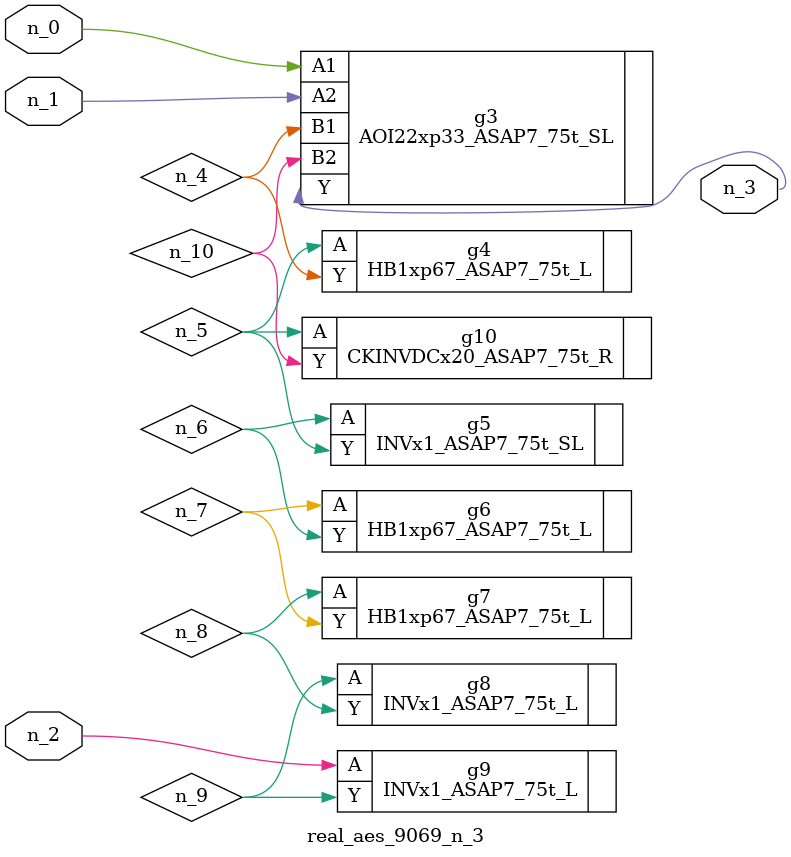
<source format=v>
module real_aes_9069_n_3 (n_0, n_2, n_1, n_3);
input n_0;
input n_2;
input n_1;
output n_3;
wire n_4;
wire n_5;
wire n_7;
wire n_8;
wire n_6;
wire n_9;
wire n_10;
AOI22xp33_ASAP7_75t_SL g3 ( .A1(n_0), .A2(n_1), .B1(n_4), .B2(n_10), .Y(n_3) );
INVx1_ASAP7_75t_L g9 ( .A(n_2), .Y(n_9) );
HB1xp67_ASAP7_75t_L g4 ( .A(n_5), .Y(n_4) );
CKINVDCx20_ASAP7_75t_R g10 ( .A(n_5), .Y(n_10) );
INVx1_ASAP7_75t_SL g5 ( .A(n_6), .Y(n_5) );
HB1xp67_ASAP7_75t_L g6 ( .A(n_7), .Y(n_6) );
HB1xp67_ASAP7_75t_L g7 ( .A(n_8), .Y(n_7) );
INVx1_ASAP7_75t_L g8 ( .A(n_9), .Y(n_8) );
endmodule
</source>
